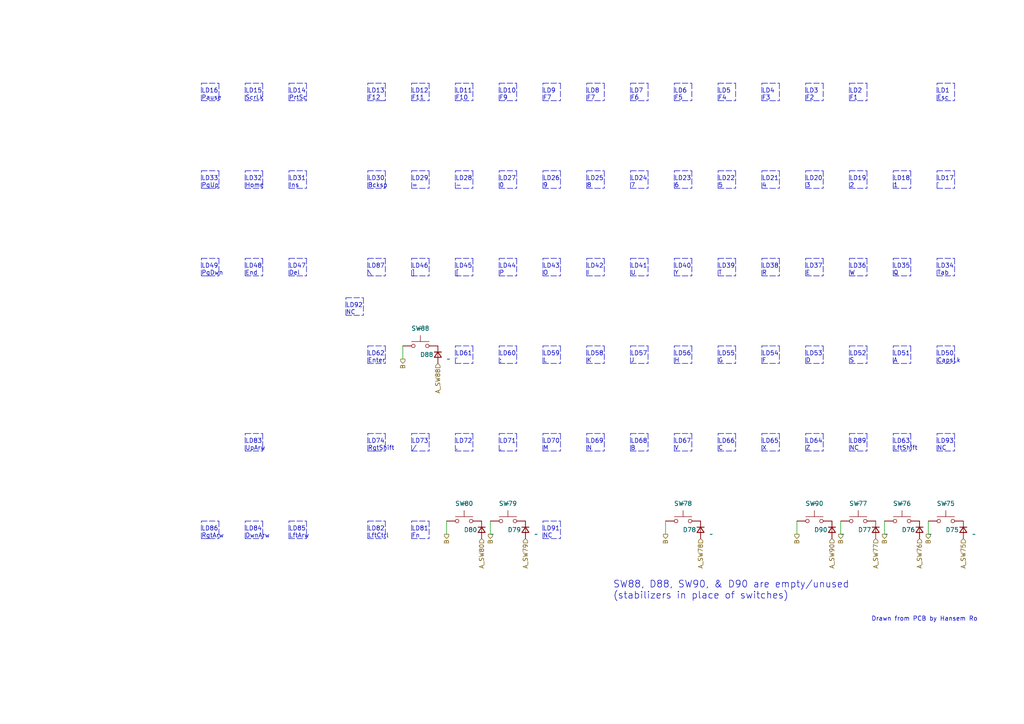
<source format=kicad_sch>
(kicad_sch (version 20211123) (generator eeschema)
  (paper "A4")
  (lib_symbols
    (symbol "Device:D_Small" (pin_numbers hide) (pin_names (offset 0.254) hide)
      (property "Reference" "D" (at -1.27 2.032 0))
      (property "Value" "D_Small" (at -3.81 -2.032 0))
      (symbol "D_Small_0_1"
        (polyline (pts (xy -0.762 -1.016) (xy -0.762 1.016)) (stroke (width 0.254)))
        (polyline (pts (xy -0.762 0) (xy 0.762 0)))
        (polyline (pts (xy 0.762 -1.016) (xy -0.762 0) (xy 0.762 1.016) (xy 0.762 -1.016)) (stroke (width 0.254)))
      )
      (symbol "D_Small_1_1"
        (pin passive line (at -2.54 0 0) (length 1.778) (name "K") (number "1"))
        (pin passive line (at 2.54 0 180) (length 1.778) (name "A") (number "2"))
      )
    )
    (symbol "Switch:SW_Push" (pin_numbers hide) (pin_names (offset 1.016) hide)
      (property "Reference" "SW" (at 1.27 2.54 0))
      (property "Value" "SW_Push" (at 0 -1.524 0))
      (symbol "SW_Push_0_1"
        (circle (center -2.032 0) (radius 0.508))
        (polyline (pts (xy 0 1.27) (xy 0 3.048)))
        (polyline (pts (xy 2.54 1.27) (xy -2.54 1.27)))
        (circle (center 2.032 0) (radius 0.508))
        (pin passive line (at -5.08 0 0) (length 2.54) (name "1") (number "1"))
        (pin passive line (at 5.08 0 180) (length 2.54) (name "2") (number "2"))
      )
    )
  )
  (polyline (pts (xy 226.06 125.73) (xy 226.06 130.81)))
  (polyline (pts (xy 119.38 156.21) (xy 124.46 156.21)))
  (polyline (pts (xy 259.08 49.53) (xy 264.16 49.53)))
  (polyline (pts (xy 220.98 24.13) (xy 226.06 24.13)))
  (polyline (pts (xy 226.06 49.53) (xy 226.06 54.61)))
  (polyline (pts (xy 187.96 100.33) (xy 187.96 105.41)))
  (polyline (pts (xy 271.78 80.01) (xy 276.86 80.01)))
  (polyline (pts (xy 157.48 151.13) (xy 162.56 151.13)))
  (polyline (pts (xy 83.82 54.61) (xy 83.82 49.53)))
  (polyline (pts (xy 170.18 130.81) (xy 175.26 130.81)))
  (polyline (pts (xy 175.26 49.53) (xy 175.26 54.61)))
  (polyline (pts (xy 259.08 105.41) (xy 264.16 105.41)))
  (polyline (pts (xy 106.68 125.73) (xy 111.76 125.73)))
  (polyline (pts (xy 233.68 54.61) (xy 238.76 54.61)))
  (polyline (pts (xy 119.38 80.01) (xy 124.46 80.01)))
  (polyline (pts (xy 259.08 80.01) (xy 264.16 80.01)))
  (polyline (pts (xy 271.78 80.01) (xy 271.78 74.93)))
  (polyline (pts (xy 106.68 105.41) (xy 111.76 105.41)))
  (polyline (pts (xy 132.08 100.33) (xy 137.16 100.33)))
  (wire (pts (xy 142.24 151.13) (xy 142.24 154.94)))
  (polyline (pts (xy 157.48 54.61) (xy 157.48 49.53)))
  (polyline (pts (xy 195.58 125.73) (xy 200.66 125.73)))
  (polyline (pts (xy 200.66 49.53) (xy 200.66 54.61)))
  (polyline (pts (xy 137.16 24.13) (xy 137.16 29.21)))
  (polyline (pts (xy 195.58 80.01) (xy 195.58 74.93)))
  (polyline (pts (xy 195.58 105.41) (xy 200.66 105.41)))
  (polyline (pts (xy 119.38 151.13) (xy 124.46 151.13)))
  (polyline (pts (xy 208.28 105.41) (xy 213.36 105.41)))
  (polyline (pts (xy 170.18 29.21) (xy 170.18 24.13)))
  (polyline (pts (xy 246.38 80.01) (xy 251.46 80.01)))
  (polyline (pts (xy 157.48 24.13) (xy 162.56 24.13)))
  (polyline (pts (xy 132.08 24.13) (xy 137.16 24.13)))
  (polyline (pts (xy 220.98 49.53) (xy 226.06 49.53)))
  (polyline (pts (xy 144.78 130.81) (xy 149.86 130.81)))
  (polyline (pts (xy 208.28 130.81) (xy 213.36 130.81)))
  (polyline (pts (xy 195.58 54.61) (xy 195.58 49.53)))
  (polyline (pts (xy 170.18 29.21) (xy 175.26 29.21)))
  (polyline (pts (xy 195.58 130.81) (xy 195.58 125.73)))
  (polyline (pts (xy 132.08 105.41) (xy 137.16 105.41)))
  (polyline (pts (xy 182.88 54.61) (xy 182.88 49.53)))
  (polyline (pts (xy 246.38 49.53) (xy 251.46 49.53)))
  (polyline (pts (xy 170.18 105.41) (xy 175.26 105.41)))
  (polyline (pts (xy 182.88 105.41) (xy 187.96 105.41)))
  (polyline (pts (xy 144.78 80.01) (xy 149.86 80.01)))
  (polyline (pts (xy 157.48 130.81) (xy 157.48 125.73)))
  (polyline (pts (xy 271.78 24.13) (xy 276.86 24.13)))
  (polyline (pts (xy 88.9 74.93) (xy 88.9 80.01)))
  (polyline (pts (xy 170.18 54.61) (xy 170.18 49.53)))
  (polyline (pts (xy 149.86 49.53) (xy 149.86 54.61)))
  (polyline (pts (xy 251.46 125.73) (xy 251.46 130.81)))
  (polyline (pts (xy 208.28 130.81) (xy 208.28 125.73)))
  (polyline (pts (xy 106.68 54.61) (xy 106.68 49.53)))
  (polyline (pts (xy 271.78 105.41) (xy 276.86 105.41)))
  (polyline (pts (xy 195.58 130.81) (xy 200.66 130.81)))
  (polyline (pts (xy 132.08 74.93) (xy 137.16 74.93)))
  (polyline (pts (xy 208.28 29.21) (xy 213.36 29.21)))
  (polyline (pts (xy 233.68 49.53) (xy 238.76 49.53)))
  (polyline (pts (xy 144.78 80.01) (xy 144.78 74.93)))
  (polyline (pts (xy 106.68 29.21) (xy 106.68 24.13)))
  (polyline (pts (xy 276.86 24.13) (xy 276.86 29.21)))
  (polyline (pts (xy 246.38 54.61) (xy 251.46 54.61)))
  (polyline (pts (xy 88.9 24.13) (xy 88.9 29.21)))
  (polyline (pts (xy 233.68 29.21) (xy 238.76 29.21)))
  (polyline (pts (xy 213.36 125.73) (xy 213.36 130.81)))
  (polyline (pts (xy 58.42 29.21) (xy 63.5 29.21)))
  (polyline (pts (xy 233.68 54.61) (xy 233.68 49.53)))
  (polyline (pts (xy 58.42 151.13) (xy 63.5 151.13)))
  (polyline (pts (xy 208.28 24.13) (xy 213.36 24.13)))
  (polyline (pts (xy 76.2 125.73) (xy 76.2 130.81)))
  (polyline (pts (xy 137.16 74.93) (xy 137.16 80.01)))
  (polyline (pts (xy 71.12 54.61) (xy 76.2 54.61)))
  (polyline (pts (xy 213.36 49.53) (xy 213.36 54.61)))
  (polyline (pts (xy 233.68 74.93) (xy 238.76 74.93)))
  (polyline (pts (xy 259.08 130.81) (xy 259.08 125.73)))
  (polyline (pts (xy 220.98 105.41) (xy 220.98 100.33)))
  (polyline (pts (xy 124.46 125.73) (xy 124.46 130.81)))
  (polyline (pts (xy 106.68 80.01) (xy 106.68 74.93)))
  (polyline (pts (xy 124.46 74.93) (xy 124.46 80.01)))
  (polyline (pts (xy 105.41 86.36) (xy 105.41 91.44)))
  (polyline (pts (xy 200.66 125.73) (xy 200.66 130.81)))
  (polyline (pts (xy 88.9 49.53) (xy 88.9 54.61)))
  (polyline (pts (xy 157.48 105.41) (xy 162.56 105.41)))
  (polyline (pts (xy 246.38 29.21) (xy 251.46 29.21)))
  (polyline (pts (xy 220.98 105.41) (xy 226.06 105.41)))
  (polyline (pts (xy 246.38 105.41) (xy 251.46 105.41)))
  (polyline (pts (xy 58.42 24.13) (xy 63.5 24.13)))
  (polyline (pts (xy 100.33 86.36) (xy 105.41 86.36)))
  (polyline (pts (xy 271.78 130.81) (xy 271.78 125.73)))
  (polyline (pts (xy 132.08 130.81) (xy 132.08 125.73)))
  (polyline (pts (xy 111.76 24.13) (xy 111.76 29.21)))
  (polyline (pts (xy 170.18 130.81) (xy 170.18 125.73)))
  (polyline (pts (xy 238.76 74.93) (xy 238.76 80.01)))
  (polyline (pts (xy 106.68 80.01) (xy 111.76 80.01)))
  (polyline (pts (xy 144.78 54.61) (xy 149.86 54.61)))
  (polyline (pts (xy 271.78 54.61) (xy 276.86 54.61)))
  (polyline (pts (xy 124.46 24.13) (xy 124.46 29.21)))
  (polyline (pts (xy 124.46 49.53) (xy 124.46 54.61)))
  (polyline (pts (xy 71.12 125.73) (xy 76.2 125.73)))
  (polyline (pts (xy 76.2 74.93) (xy 76.2 80.01)))
  (polyline (pts (xy 157.48 156.21) (xy 162.56 156.21)))
  (polyline (pts (xy 182.88 29.21) (xy 187.96 29.21)))
  (polyline (pts (xy 208.28 49.53) (xy 213.36 49.53)))
  (polyline (pts (xy 162.56 49.53) (xy 162.56 54.61)))
  (polyline (pts (xy 76.2 24.13) (xy 76.2 29.21)))
  (polyline (pts (xy 132.08 54.61) (xy 132.08 49.53)))
  (polyline (pts (xy 144.78 49.53) (xy 149.86 49.53)))
  (polyline (pts (xy 276.86 74.93) (xy 276.86 80.01)))
  (polyline (pts (xy 187.96 74.93) (xy 187.96 80.01)))
  (polyline (pts (xy 132.08 49.53) (xy 137.16 49.53)))
  (polyline (pts (xy 83.82 151.13) (xy 88.9 151.13)))
  (polyline (pts (xy 251.46 74.93) (xy 251.46 80.01)))
  (polyline (pts (xy 149.86 74.93) (xy 149.86 80.01)))
  (polyline (pts (xy 200.66 74.93) (xy 200.66 80.01)))
  (polyline (pts (xy 71.12 130.81) (xy 76.2 130.81)))
  (polyline (pts (xy 111.76 29.21) (xy 110.49 29.21)))
  (polyline (pts (xy 71.12 49.53) (xy 76.2 49.53)))
  (polyline (pts (xy 58.42 74.93) (xy 63.5 74.93)))
  (polyline (pts (xy 71.12 156.21) (xy 76.2 156.21)))
  (polyline (pts (xy 208.28 74.93) (xy 213.36 74.93)))
  (polyline (pts (xy 170.18 100.33) (xy 175.26 100.33)))
  (polyline (pts (xy 233.68 80.01) (xy 233.68 74.93)))
  (polyline (pts (xy 157.48 29.21) (xy 157.48 24.13)))
  (polyline (pts (xy 182.88 74.93) (xy 187.96 74.93)))
  (polyline (pts (xy 83.82 156.21) (xy 88.9 156.21)))
  (polyline (pts (xy 233.68 125.73) (xy 238.76 125.73)))
  (polyline (pts (xy 246.38 74.93) (xy 251.46 74.93)))
  (polyline (pts (xy 195.58 74.93) (xy 200.66 74.93)))
  (polyline (pts (xy 106.68 105.41) (xy 106.68 100.33)))
  (polyline (pts (xy 220.98 80.01) (xy 220.98 74.93)))
  (polyline (pts (xy 132.08 29.21) (xy 132.08 24.13)))
  (polyline (pts (xy 111.76 74.93) (xy 111.76 80.01)))
  (polyline (pts (xy 271.78 74.93) (xy 276.86 74.93)))
  (polyline (pts (xy 132.08 130.81) (xy 137.16 130.81)))
  (polyline (pts (xy 195.58 49.53) (xy 200.66 49.53)))
  (polyline (pts (xy 175.26 74.93) (xy 175.26 80.01)))
  (polyline (pts (xy 170.18 80.01) (xy 175.26 80.01)))
  (polyline (pts (xy 71.12 29.21) (xy 71.12 24.13)))
  (polyline (pts (xy 246.38 125.73) (xy 251.46 125.73)))
  (polyline (pts (xy 58.42 29.21) (xy 58.42 24.13)))
  (polyline (pts (xy 106.68 151.13) (xy 111.76 151.13)))
  (polyline (pts (xy 106.68 156.21) (xy 111.76 156.21)))
  (polyline (pts (xy 157.48 80.01) (xy 162.56 80.01)))
  (polyline (pts (xy 271.78 100.33) (xy 276.86 100.33)))
  (polyline (pts (xy 71.12 54.61) (xy 71.12 49.53)))
  (polyline (pts (xy 208.28 80.01) (xy 208.28 74.93)))
  (polyline (pts (xy 226.06 100.33) (xy 226.06 105.41)))
  (polyline (pts (xy 83.82 74.93) (xy 88.9 74.93)))
  (polyline (pts (xy 157.48 29.21) (xy 162.56 29.21)))
  (polyline (pts (xy 182.88 130.81) (xy 187.96 130.81)))
  (polyline (pts (xy 238.76 125.73) (xy 238.76 130.81)))
  (wire (pts (xy 193.04 151.13) (xy 193.04 154.94)))
  (polyline (pts (xy 170.18 24.13) (xy 175.26 24.13)))
  (polyline (pts (xy 170.18 54.61) (xy 175.26 54.61)))
  (polyline (pts (xy 233.68 100.33) (xy 238.76 100.33)))
  (polyline (pts (xy 157.48 125.73) (xy 162.56 125.73)))
  (polyline (pts (xy 144.78 29.21) (xy 149.86 29.21)))
  (polyline (pts (xy 271.78 54.61) (xy 271.78 49.53)))
  (polyline (pts (xy 88.9 151.13) (xy 88.9 156.21)))
  (polyline (pts (xy 83.82 54.61) (xy 88.9 54.61)))
  (wire (pts (xy 129.54 151.13) (xy 129.54 154.94)))
  (polyline (pts (xy 170.18 125.73) (xy 175.26 125.73)))
  (polyline (pts (xy 58.42 49.53) (xy 63.5 49.53)))
  (polyline (pts (xy 271.78 29.21) (xy 276.86 29.21)))
  (polyline (pts (xy 106.68 130.81) (xy 111.76 130.81)))
  (polyline (pts (xy 63.5 151.13) (xy 63.5 156.21)))
  (polyline (pts (xy 246.38 130.81) (xy 246.38 125.73)))
  (polyline (pts (xy 251.46 49.53) (xy 251.46 54.61)))
  (polyline (pts (xy 71.12 29.21) (xy 76.2 29.21)))
  (polyline (pts (xy 246.38 130.81) (xy 251.46 130.81)))
  (polyline (pts (xy 200.66 100.33) (xy 200.66 105.41)))
  (polyline (pts (xy 187.96 125.73) (xy 187.96 130.81)))
  (polyline (pts (xy 271.78 130.81) (xy 276.86 130.81)))
  (polyline (pts (xy 220.98 54.61) (xy 220.98 49.53)))
  (polyline (pts (xy 162.56 151.13) (xy 162.56 156.21)))
  (polyline (pts (xy 63.5 74.93) (xy 63.5 80.01)))
  (polyline (pts (xy 182.88 125.73) (xy 187.96 125.73)))
  (wire (pts (xy 231.14 151.13) (xy 231.14 154.94)))
  (polyline (pts (xy 271.78 29.21) (xy 271.78 24.13)))
  (polyline (pts (xy 149.86 24.13) (xy 149.86 29.21)))
  (polyline (pts (xy 124.46 151.13) (xy 124.46 156.21)))
  (polyline (pts (xy 58.42 80.01) (xy 58.42 74.93)))
  (polyline (pts (xy 182.88 49.53) (xy 187.96 49.53)))
  (polyline (pts (xy 187.96 24.13) (xy 187.96 29.21)))
  (polyline (pts (xy 200.66 24.13) (xy 200.66 29.21)))
  (polyline (pts (xy 58.42 54.61) (xy 58.42 49.53)))
  (polyline (pts (xy 157.48 49.53) (xy 162.56 49.53)))
  (polyline (pts (xy 220.98 74.93) (xy 226.06 74.93)))
  (polyline (pts (xy 83.82 80.01) (xy 88.9 80.01)))
  (polyline (pts (xy 220.98 125.73) (xy 226.06 125.73)))
  (polyline (pts (xy 195.58 54.61) (xy 200.66 54.61)))
  (polyline (pts (xy 137.16 100.33) (xy 137.16 105.41)))
  (polyline (pts (xy 106.68 156.21) (xy 106.68 151.13)))
  (polyline (pts (xy 58.42 156.21) (xy 63.5 156.21)))
  (polyline (pts (xy 233.68 80.01) (xy 238.76 80.01)))
  (polyline (pts (xy 259.08 125.73) (xy 264.16 125.73)))
  (polyline (pts (xy 132.08 80.01) (xy 137.16 80.01)))
  (polyline (pts (xy 182.88 54.61) (xy 187.96 54.61)))
  (polyline (pts (xy 71.12 24.13) (xy 76.2 24.13)))
  (polyline (pts (xy 157.48 54.61) (xy 162.56 54.61)))
  (polyline (pts (xy 162.56 74.93) (xy 162.56 80.01)))
  (polyline (pts (xy 63.5 24.13) (xy 63.5 29.21)))
  (polyline (pts (xy 246.38 80.01) (xy 246.38 74.93)))
  (polyline (pts (xy 220.98 29.21) (xy 220.98 24.13)))
  (polyline (pts (xy 182.88 80.01) (xy 187.96 80.01)))
  (polyline (pts (xy 157.48 100.33) (xy 162.56 100.33)))
  (polyline (pts (xy 182.88 100.33) (xy 187.96 100.33)))
  (polyline (pts (xy 195.58 100.33) (xy 200.66 100.33)))
  (polyline (pts (xy 182.88 24.13) (xy 187.96 24.13)))
  (polyline (pts (xy 162.56 125.73) (xy 162.56 130.81)))
  (polyline (pts (xy 264.16 100.33) (xy 264.16 105.41)))
  (polyline (pts (xy 106.68 74.93) (xy 111.76 74.93)))
  (polyline (pts (xy 233.68 29.21) (xy 233.68 24.13)))
  (polyline (pts (xy 246.38 105.41) (xy 246.38 100.33)))
  (polyline (pts (xy 71.12 80.01) (xy 71.12 74.93)))
  (wire (pts (xy 256.54 151.13) (xy 256.54 154.94)))
  (polyline (pts (xy 208.28 125.73) (xy 213.36 125.73)))
  (polyline (pts (xy 106.68 49.53) (xy 111.76 49.53)))
  (polyline (pts (xy 271.78 105.41) (xy 271.78 100.33)))
  (polyline (pts (xy 264.16 74.93) (xy 264.16 80.01)))
  (polyline (pts (xy 106.68 29.21) (xy 111.76 29.21)))
  (polyline (pts (xy 144.78 130.81) (xy 144.78 125.73)))
  (polyline (pts (xy 106.68 54.61) (xy 111.76 54.61)))
  (polyline (pts (xy 76.2 49.53) (xy 76.2 54.61)))
  (polyline (pts (xy 233.68 130.81) (xy 233.68 125.73)))
  (polyline (pts (xy 238.76 24.13) (xy 238.76 29.21)))
  (polyline (pts (xy 58.42 54.61) (xy 63.5 54.61)))
  (polyline (pts (xy 238.76 49.53) (xy 238.76 54.61)))
  (polyline (pts (xy 119.38 24.13) (xy 124.46 24.13)))
  (polyline (pts (xy 259.08 130.81) (xy 264.16 130.81)))
  (polyline (pts (xy 195.58 24.13) (xy 200.66 24.13)))
  (polyline (pts (xy 144.78 24.13) (xy 149.86 24.13)))
  (polyline (pts (xy 220.98 80.01) (xy 226.06 80.01)))
  (polyline (pts (xy 76.2 151.13) (xy 76.2 156.21)))
  (polyline (pts (xy 259.08 54.61) (xy 264.16 54.61)))
  (polyline (pts (xy 182.88 29.21) (xy 182.88 24.13)))
  (polyline (pts (xy 144.78 54.61) (xy 144.78 49.53)))
  (polyline (pts (xy 220.98 100.33) (xy 226.06 100.33)))
  (polyline (pts (xy 157.48 74.93) (xy 162.56 74.93)))
  (polyline (pts (xy 195.58 80.01) (xy 200.66 80.01)))
  (polyline (pts (xy 119.38 29.21) (xy 119.38 24.13)))
  (polyline (pts (xy 119.38 54.61) (xy 124.46 54.61)))
  (polyline (pts (xy 137.16 125.73) (xy 137.16 130.81)))
  (wire (pts (xy 116.84 100.33) (xy 116.84 104.14)))
  (polyline (pts (xy 119.38 54.61) (xy 119.38 49.53)))
  (polyline (pts (xy 83.82 156.21) (xy 83.82 151.13)))
  (polyline (pts (xy 195.58 29.21) (xy 200.66 29.21)))
  (polyline (pts (xy 111.76 100.33) (xy 111.76 105.41)))
  (polyline (pts (xy 251.46 100.33) (xy 251.46 105.41)))
  (polyline (pts (xy 157.48 80.01) (xy 157.48 74.93)))
  (polyline (pts (xy 83.82 49.53) (xy 88.9 49.53)))
  (polyline (pts (xy 233.68 24.13) (xy 238.76 24.13)))
  (polyline (pts (xy 111.76 49.53) (xy 111.76 54.61)))
  (polyline (pts (xy 259.08 80.01) (xy 259.08 74.93)))
  (polyline (pts (xy 233.68 105.41) (xy 233.68 100.33)))
  (polyline (pts (xy 58.42 80.01) (xy 63.5 80.01)))
  (polyline (pts (xy 162.56 100.33) (xy 162.56 105.41)))
  (polyline (pts (xy 144.78 100.33) (xy 149.86 100.33)))
  (polyline (pts (xy 213.36 24.13) (xy 213.36 29.21)))
  (polyline (pts (xy 175.26 100.33) (xy 175.26 105.41)))
  (polyline (pts (xy 144.78 105.41) (xy 149.86 105.41)))
  (polyline (pts (xy 119.38 74.93) (xy 124.46 74.93)))
  (polyline (pts (xy 144.78 125.73) (xy 149.86 125.73)))
  (polyline (pts (xy 182.88 80.01) (xy 182.88 74.93)))
  (polyline (pts (xy 246.38 24.13) (xy 251.46 24.13)))
  (polyline (pts (xy 246.38 54.61) (xy 246.38 49.53)))
  (polyline (pts (xy 276.86 100.33) (xy 276.86 105.41)))
  (polyline (pts (xy 213.36 100.33) (xy 213.36 105.41)))
  (polyline (pts (xy 170.18 80.01) (xy 170.18 74.93)))
  (polyline (pts (xy 119.38 156.21) (xy 119.38 151.13)))
  (polyline (pts (xy 271.78 125.73) (xy 276.86 125.73)))
  (polyline (pts (xy 208.28 54.61) (xy 213.36 54.61)))
  (polyline (pts (xy 83.82 29.21) (xy 83.82 24.13)))
  (polyline (pts (xy 157.48 130.81) (xy 162.56 130.81)))
  (polyline (pts (xy 175.26 125.73) (xy 175.26 130.81)))
  (polyline (pts (xy 220.98 130.81) (xy 226.06 130.81)))
  (polyline (pts (xy 71.12 151.13) (xy 76.2 151.13)))
  (polyline (pts (xy 182.88 130.81) (xy 182.88 125.73)))
  (polyline (pts (xy 220.98 29.21) (xy 226.06 29.21)))
  (polyline (pts (xy 132.08 54.61) (xy 137.16 54.61)))
  (polyline (pts (xy 170.18 74.93) (xy 175.26 74.93)))
  (polyline (pts (xy 144.78 105.41) (xy 144.78 100.33)))
  (polyline (pts (xy 119.38 29.21) (xy 124.46 29.21)))
  (polyline (pts (xy 132.08 125.73) (xy 137.16 125.73)))
  (polyline (pts (xy 259.08 100.33) (xy 264.16 100.33)))
  (polyline (pts (xy 106.68 100.33) (xy 111.76 100.33)))
  (polyline (pts (xy 119.38 130.81) (xy 124.46 130.81)))
  (polyline (pts (xy 119.38 125.73) (xy 124.46 125.73)))
  (polyline (pts (xy 111.76 151.13) (xy 111.76 156.21)))
  (polyline (pts (xy 233.68 130.81) (xy 238.76 130.81)))
  (polyline (pts (xy 208.28 29.21) (xy 208.28 24.13)))
  (polyline (pts (xy 259.08 54.61) (xy 259.08 49.53)))
  (polyline (pts (xy 157.48 156.21) (xy 157.48 151.13)))
  (polyline (pts (xy 251.46 24.13) (xy 251.46 29.21)))
  (polyline (pts (xy 187.96 49.53) (xy 187.96 54.61)))
  (polyline (pts (xy 246.38 29.21) (xy 246.38 24.13)))
  (polyline (pts (xy 132.08 105.41) (xy 132.08 100.33)))
  (polyline (pts (xy 119.38 49.53) (xy 124.46 49.53)))
  (polyline (pts (xy 71.12 156.21) (xy 71.12 151.13)))
  (polyline (pts (xy 226.06 24.13) (xy 226.06 29.21)))
  (polyline (pts (xy 220.98 130.81) (xy 220.98 125.73)))
  (polyline (pts (xy 238.76 100.33) (xy 238.76 105.41)))
  (polyline (pts (xy 264.16 125.73) (xy 264.16 130.81)))
  (polyline (pts (xy 233.68 105.41) (xy 238.76 105.41)))
  (polyline (pts (xy 208.28 100.33) (xy 213.36 100.33)))
  (polyline (pts (xy 71.12 74.93) (xy 76.2 74.93)))
  (polyline (pts (xy 71.12 130.81) (xy 71.12 125.73)))
  (polyline (pts (xy 83.82 80.01) (xy 83.82 74.93)))
  (polyline (pts (xy 119.38 80.01) (xy 119.38 74.93)))
  (polyline (pts (xy 276.86 49.53) (xy 276.86 54.61)))
  (polyline (pts (xy 119.38 130.81) (xy 119.38 125.73)))
  (polyline (pts (xy 132.08 80.01) (xy 132.08 74.93)))
  (polyline (pts (xy 195.58 105.41) (xy 195.58 100.33)))
  (polyline (pts (xy 259.08 74.93) (xy 264.16 74.93)))
  (polyline (pts (xy 83.82 29.21) (xy 88.9 29.21)))
  (polyline (pts (xy 100.33 91.44) (xy 100.33 86.36)))
  (polyline (pts (xy 58.42 156.21) (xy 58.42 151.13)))
  (wire (pts (xy 269.24 151.13) (xy 269.24 154.94)))
  (polyline (pts (xy 106.68 130.81) (xy 106.68 125.73)))
  (polyline (pts (xy 157.48 105.41) (xy 157.48 100.33)))
  (polyline (pts (xy 175.26 24.13) (xy 175.26 29.21)))
  (polyline (pts (xy 220.98 54.61) (xy 226.06 54.61)))
  (polyline (pts (xy 208.28 80.01) (xy 213.36 80.01)))
  (polyline (pts (xy 246.38 100.33) (xy 251.46 100.33)))
  (wire (pts (xy 243.84 151.13) (xy 243.84 154.94)))
  (polyline (pts (xy 195.58 29.21) (xy 195.58 24.13)))
  (polyline (pts (xy 149.86 125.73) (xy 149.86 130.81)))
  (polyline (pts (xy 208.28 54.61) (xy 208.28 49.53)))
  (polyline (pts (xy 271.78 49.53) (xy 276.86 49.53)))
  (polyline (pts (xy 83.82 24.13) (xy 88.9 24.13)))
  (polyline (pts (xy 149.86 100.33) (xy 149.86 105.41)))
  (polyline (pts (xy 170.18 105.41) (xy 170.18 100.33)))
  (polyline (pts (xy 63.5 49.53) (xy 63.5 54.61)))
  (polyline (pts (xy 226.06 74.93) (xy 226.06 80.01)))
  (polyline (pts (xy 100.33 91.44) (xy 105.41 91.44)))
  (polyline (pts (xy 111.76 125.73) (xy 111.76 130.81)))
  (polyline (pts (xy 162.56 24.13) (xy 162.56 29.21)))
  (polyline (pts (xy 137.16 49.53) (xy 137.16 54.61)))
  (polyline (pts (xy 144.78 29.21) (xy 144.78 24.13)))
  (polyline (pts (xy 259.08 105.41) (xy 259.08 100.33)))
  (polyline (pts (xy 106.68 24.13) (xy 111.76 24.13)))
  (polyline (pts (xy 170.18 49.53) (xy 175.26 49.53)))
  (polyline (pts (xy 182.88 105.41) (xy 182.88 100.33)))
  (polyline (pts (xy 276.86 125.73) (xy 276.86 130.81)))
  (polyline (pts (xy 132.08 29.21) (xy 137.16 29.21)))
  (polyline (pts (xy 264.16 49.53) (xy 264.16 54.61)))
  (polyline (pts (xy 144.78 74.93) (xy 149.86 74.93)))
  (polyline (pts (xy 213.36 74.93) (xy 213.36 80.01)))
  (polyline (pts (xy 71.12 80.01) (xy 76.2 80.01)))
  (polyline (pts (xy 208.28 105.41) (xy 208.28 100.33)))
  (text "LD31\nIns" (at 83.82 54.61 0) (effects (font (size 1.27 1.27)) (justify left bottom)))
  (text "LD13\nF12" (at 106.68 29.21 0) (effects (font (size 1.27 1.27)) (justify left bottom)))
  (text "LD20\n3" (at 233.68 54.61 0) (effects (font (size 1.27 1.27)) (justify left bottom)))
  (text "LD67\nV" (at 195.58 130.81 0) (effects (font (size 1.27 1.27)) (justify left bottom)))
  (text "LD73\n/" (at 119.38 130.81 0) (effects (font (size 1.27 1.27)) (justify left bottom)))
  (text "LD55\nG" (at 208.28 105.41 0) (effects (font (size 1.27 1.27)) (justify left bottom)))
  (text "LD65\nX" (at 220.98 130.81 0) (effects (font (size 1.27 1.27)) (justify left bottom)))
  (text "LD32\nHome" (at 71.12 54.61 0) (effects (font (size 1.27 1.27)) (justify left bottom)))
  (text "LD54\nF" (at 220.98 105.41 0) (effects (font (size 1.27 1.27)) (justify left bottom)))
  (text "LD10\nF9" (at 144.78 29.21 0) (effects (font (size 1.27 1.27)) (justify left bottom)))
  (text "LD64\nZ" (at 233.68 130.81 0) (effects (font (size 1.27 1.27)) (justify left bottom)))
  (text "LD87\n\\" (at 106.68 80.01 0) (effects (font (size 1.27 1.27)) (justify left bottom)))
  (text "LD27\n0" (at 144.78 54.61 0) (effects (font (size 1.27 1.27)) (justify left bottom)))
  (text "LD66\nC" (at 208.28 130.81 0) (effects (font (size 1.27 1.27)) (justify left bottom)))
  (text "LD56\nH" (at 195.58 105.41 0) (effects (font (size 1.27 1.27)) (justify left bottom)))
  (text "LD11\nF10" (at 132.08 29.21 0) (effects (font (size 1.27 1.27)) (justify left bottom)))
  (text "LD19\n2" (at 246.38 54.61 0) (effects (font (size 1.27 1.27)) (justify left bottom)))
  (text "LD58\nK" (at 170.18 105.41 0) (effects (font (size 1.27 1.27)) (justify left bottom)))
  (text "LD60\n;" (at 144.78 105.41 0) (effects (font (size 1.27 1.27)) (justify left bottom)))
  (text "LD30\nBcksp" (at 106.68 54.61 0) (effects (font (size 1.27 1.27)) (justify left bottom)))
  (text "LD24\n7" (at 182.88 54.61 0) (effects (font (size 1.27 1.27)) (justify left bottom)))
  (text "Drawn from PCB by Hansem Ro" (at 252.73 180.34 0) (effects (font (size 1.27 1.27)) (justify left bottom)))
  (text "LD36\nW" (at 246.38 80.01 0) (effects (font (size 1.27 1.27)) (justify left bottom)))
  (text "LD51\nA" (at 259.08 105.41 0) (effects (font (size 1.27 1.27)) (justify left bottom)))
  (text "LD35\nQ" (at 259.08 80.01 0) (effects (font (size 1.27 1.27)) (justify left bottom)))
  (text "LD72\n." (at 132.08 130.81 0) (effects (font (size 1.27 1.27)) (justify left bottom)))
  (text "LD4\nF3" (at 220.98 29.21 0) (effects (font (size 1.27 1.27)) (justify left bottom)))
  (text "LD15\nScrLk" (at 71.12 29.21 0) (effects (font (size 1.27 1.27)) (justify left bottom)))
  (text "SW88, D88, SW90, & D90 are empty/unused\n(stabilizers in place of switches)" (at 177.8 173.99 0) (effects (font (size 2 2)) (justify left bottom)))
  (text "LD59\nL" (at 157.48 105.41 0) (effects (font (size 1.27 1.27)) (justify left bottom)))
  (text "LD57\nJ" (at 182.88 105.41 0) (effects (font (size 1.27 1.27)) (justify left bottom)))
  (text "LD40\nY" (at 195.58 80.01 0) (effects (font (size 1.27 1.27)) (justify left bottom)))
  (text "LD74\nRgtShift" (at 106.68 130.81 0) (effects (font (size 1.27 1.27)) (justify left bottom)))
  (text "LD6\nF5" (at 195.58 29.21 0) (effects (font (size 1.27 1.27)) (justify left bottom)))
  (text "LD50\nCapsLk" (at 271.78 105.41 0) (effects (font (size 1.27 1.27)) (justify left bottom)))
  (text "LD70\nM" (at 157.48 130.81 0) (effects (font (size 1.27 1.27)) (justify left bottom)))
  (text "LD38\nR" (at 220.98 80.01 0) (effects (font (size 1.27 1.27)) (justify left bottom)))
  (text "LD7\nF6" (at 182.88 29.21 0) (effects (font (size 1.27 1.27)) (justify left bottom)))
  (text "LD9\nF7" (at 157.48 29.21 0) (effects (font (size 1.27 1.27)) (justify left bottom)))
  (text "LD84\nDwnArw" (at 71.12 156.21 0) (effects (font (size 1.27 1.27)) (justify left bottom)))
  (text "LD17\n`" (at 271.78 54.61 0) (effects (font (size 1.27 1.27)) (justify left bottom)))
  (text "LD41\nU" (at 182.88 80.01 0) (effects (font (size 1.27 1.27)) (justify left bottom)))
  (text "LD68\nB" (at 182.88 130.81 0) (effects (font (size 1.27 1.27)) (justify left bottom)))
  (text "LD63\nLftShift" (at 259.08 130.81 0) (effects (font (size 1.27 1.27)) (justify left bottom)))
  (text "LD26\n9" (at 157.48 54.61 0) (effects (font (size 1.27 1.27)) (justify left bottom)))
  (text "LD42\nI" (at 170.18 80.01 0) (effects (font (size 1.27 1.27)) (justify left bottom)))
  (text "LD18\n1" (at 259.08 54.61 0) (effects (font (size 1.27 1.27)) (justify left bottom)))
  (text "LD48\nEnd" (at 71.12 80.01 0) (effects (font (size 1.27 1.27)) (justify left bottom)))
  (text "LD12\nF11" (at 119.38 29.21 0) (effects (font (size 1.27 1.27)) (justify left bottom)))
  (text "LD46\n]" (at 119.38 80.01 0) (effects (font (size 1.27 1.27)) (justify left bottom)))
  (text "LD86\nRgtArw" (at 58.42 156.21 0) (effects (font (size 1.27 1.27)) (justify left bottom)))
  (text "LD29\n=" (at 119.38 54.61 0) (effects (font (size 1.27 1.27)) (justify left bottom)))
  (text "LD71\n," (at 144.78 130.81 0) (effects (font (size 1.27 1.27)) (justify left bottom)))
  (text "LD37\nE" (at 233.68 80.01 0) (effects (font (size 1.27 1.27)) (justify left bottom)))
  (text "LD89\nNC" (at 246.38 130.81 0) (effects (font (size 1.27 1.27)) (justify left bottom)))
  (text "LD5\nF4" (at 208.28 29.21 0) (effects (font (size 1.27 1.27)) (justify left bottom)))
  (text "LD49\nPgDwn" (at 58.42 80.01 0) (effects (font (size 1.27 1.27)) (justify left bottom)))
  (text "LD14\nPrtSc" (at 83.82 29.21 0) (effects (font (size 1.27 1.27)) (justify left bottom)))
  (text "LD44\nP" (at 144.78 80.01 0) (effects (font (size 1.27 1.27)) (justify left bottom)))
  (text "LD21\n4" (at 220.98 54.61 0) (effects (font (size 1.27 1.27)) (justify left bottom)))
  (text "LD3\nF2" (at 233.68 29.21 0) (effects (font (size 1.27 1.27)) (justify left bottom)))
  (text "LD69\nN" (at 170.18 130.81 0) (effects (font (size 1.27 1.27)) (justify left bottom)))
  (text "LD82\nLftCtrl" (at 106.68 156.21 0) (effects (font (size 1.27 1.27)) (justify left bottom)))
  (text "LD28\n-" (at 132.08 54.61 0) (effects (font (size 1.27 1.27)) (justify left bottom)))
  (text "LD1\nEsc" (at 271.78 29.21 0) (effects (font (size 1.27 1.27)) (justify left bottom)))
  (text "LD81\nFn" (at 119.38 156.21 0) (effects (font (size 1.27 1.27)) (justify left bottom)))
  (text "LD39\nT" (at 208.28 80.01 0) (effects (font (size 1.27 1.27)) (justify left bottom)))
  (text "LD45\n[" (at 132.08 80.01 0) (effects (font (size 1.27 1.27)) (justify left bottom)))
  (text "LD93\nNC" (at 271.78 130.81 0) (effects (font (size 1.27 1.27)) (justify left bottom)))
  (text "LD43\nO" (at 157.48 80.01 0) (effects (font (size 1.27 1.27)) (justify left bottom)))
  (text "LD47\nDel" (at 83.82 80.01 0) (effects (font (size 1.27 1.27)) (justify left bottom)))
  (text "LD52\nS" (at 246.38 105.41 0) (effects (font (size 1.27 1.27)) (justify left bottom)))
  (text "LD33\nPgUp" (at 58.42 54.61 0) (effects (font (size 1.27 1.27)) (justify left bottom)))
  (text "LD2\nF1" (at 246.38 29.21 0) (effects (font (size 1.27 1.27)) (justify left bottom)))
  (text "LD91\nNC" (at 157.48 156.21 0) (effects (font (size 1.27 1.27)) (justify left bottom)))
  (text "LD16\nPause" (at 58.42 29.21 0) (effects (font (size 1.27 1.27)) (justify left bottom)))
  (text "LD83\nUpArw" (at 71.12 130.81 0) (effects (font (size 1.27 1.27)) (justify left bottom)))
  (text "LD53\nD" (at 233.68 105.41 0) (effects (font (size 1.27 1.27)) (justify left bottom)))
  (text "LD8\nF7" (at 170.18 29.21 0) (effects (font (size 1.27 1.27)) (justify left bottom)))
  (text "LD61\n'" (at 132.08 105.41 0) (effects (font (size 1.27 1.27)) (justify left bottom)))
  (text "LD85\nLftArw" (at 83.82 156.21 0) (effects (font (size 1.27 1.27)) (justify left bottom)))
  (text "LD25\n8" (at 170.18 54.61 0) (effects (font (size 1.27 1.27)) (justify left bottom)))
  (text "LD34\nTab" (at 271.78 80.01 0) (effects (font (size 1.27 1.27)) (justify left bottom)))
  (text "LD92\nNC" (at 100.33 91.44 0) (effects (font (size 1.27 1.27)) (justify left bottom)))
  (text "LD23\n6" (at 195.58 54.61 0) (effects (font (size 1.27 1.27)) (justify left bottom)))
  (text "LD22\n5" (at 208.28 54.61 0) (effects (font (size 1.27 1.27)) (justify left bottom)))
  (text "LD62\nEnter" (at 106.68 105.41 0) (effects (font (size 1.27 1.27)) (justify left bottom)))
  (hierarchical_label "B" (shape output) (at 243.84 154.94 270))
  (hierarchical_label "A_SW76" (shape input) (at 266.7 156.21 270))
  (hierarchical_label "A_SW78" (shape input) (at 203.2 156.21 270))
  (hierarchical_label "A_SW77" (shape input) (at 254 156.21 270))
  (hierarchical_label "B" (shape output) (at 193.04 154.94 270))
  (hierarchical_label "B" (shape output) (at 142.24 154.94 270))
  (hierarchical_label "A_SW90" (shape input) (at 241.3 156.21 270))
  (hierarchical_label "A_SW80" (shape input) (at 139.7 156.21 270))
  (hierarchical_label "A_SW88" (shape input) (at 127 105.41 270))
  (hierarchical_label "B" (shape output) (at 116.84 104.14 270))
  (hierarchical_label "B" (shape output) (at 269.24 154.94 270))
  (hierarchical_label "B" (shape output) (at 129.54 154.94 270))
  (hierarchical_label "B" (shape output) (at 231.14 154.94 270))
  (hierarchical_label "A_SW79" (shape input) (at 152.4 156.21 270))
  (hierarchical_label "B" (shape output) (at 256.54 154.94 270))
  (hierarchical_label "A_SW75" (shape input) (at 279.4 156.21 270))
  (symbol (lib_id "Device:D_Small") (at 152.4 153.67 270) (unit 1)
    (property "Reference" "D79" (at 151.13 153.67 90) (effects (justify right)))
    (property "Value" "~" (at 154.94 154.9399 90) (effects (justify left)))
  )
  (symbol (lib_id "Device:D_Small") (at 279.4 153.67 270) (unit 1)
    (property "Reference" "D75" (at 278.13 153.67 90) (effects (justify right)))
    (property "Value" "~" (at 281.94 154.9399 90) (effects (justify left)))
  )
  (symbol (lib_id "Switch:SW_Push") (at 261.62 151.13 0) (unit 1)
    (property "Reference" "SW76" (at 261.62 146.05 0))
    (property "Value" "~" (at 261.62 146.05 0))
  )
  (symbol (lib_id "Switch:SW_Push") (at 134.62 151.13 0) (unit 1)
    (property "Reference" "SW80" (at 134.62 146.05 0))
    (property "Value" "~" (at 134.62 146.05 0))
  )
  (symbol (lib_id "Device:D_Small") (at 127 102.87 270) (unit 1)
    (property "Reference" "D88" (at 125.73 102.87 90) (effects (justify right)))
    (property "Value" "~" (at 129.54 104.1399 90) (effects (justify left)))
  )
  (symbol (lib_id "Switch:SW_Push") (at 248.92 151.13 0) (unit 1)
    (property "Reference" "SW77" (at 248.92 146.05 0))
    (property "Value" "~" (at 248.92 146.05 0))
  )
  (symbol (lib_id "Switch:SW_Push") (at 236.22 151.13 0) (unit 1)
    (property "Reference" "SW90" (at 236.22 146.05 0))
    (property "Value" "~" (at 236.22 146.05 0))
  )
  (symbol (lib_id "Switch:SW_Push") (at 198.12 151.13 0) (unit 1)
    (property "Reference" "SW78" (at 198.12 146.05 0))
    (property "Value" "~" (at 198.12 146.05 0))
  )
  (symbol (lib_id "Device:D_Small") (at 241.3 153.67 270) (unit 1)
    (property "Reference" "D90" (at 240.03 153.67 90) (effects (justify right)))
    (property "Value" "~" (at 243.84 154.9399 90) (effects (justify left)))
  )
  (symbol (lib_id "Switch:SW_Push") (at 147.32 151.13 0) (unit 1)
    (property "Reference" "SW79" (at 147.32 146.05 0))
    (property "Value" "~" (at 147.32 146.05 0))
  )
  (symbol (lib_id "Device:D_Small") (at 266.7 153.67 270) (unit 1)
    (property "Reference" "D76" (at 265.43 153.67 90) (effects (justify right)))
    (property "Value" "~" (at 269.24 154.9399 90) (effects (justify left)))
  )
  (symbol (lib_id "Switch:SW_Push") (at 274.32 151.13 0) (unit 1)
    (property "Reference" "SW75" (at 274.32 146.05 0))
    (property "Value" "~" (at 274.32 146.05 0))
  )
  (symbol (lib_id "Device:D_Small") (at 139.7 153.67 270) (unit 1)
    (property "Reference" "D80" (at 138.43 153.67 90) (effects (justify right)))
    (property "Value" "~" (at 142.24 154.9399 90) (effects (justify left)))
  )
  (symbol (lib_id "Device:D_Small") (at 254 153.67 270) (unit 1)
    (property "Reference" "D77" (at 252.73 153.67 90) (effects (justify right)))
    (property "Value" "~" (at 256.54 154.9399 90) (effects (justify left)))
  )
  (symbol (lib_id "Device:D_Small") (at 203.2 153.67 270) (unit 1)
    (property "Reference" "D78" (at 201.93 153.67 90) (effects (justify right)))
    (property "Value" "~" (at 205.74 154.9399 90) (effects (justify left)))
  )
  (symbol (lib_id "Switch:SW_Push") (at 121.92 100.33 0) (unit 1)
    (property "Reference" "SW88" (at 121.92 95.25 0))
    (property "Value" "~" (at 121.92 95.25 0))
  )
)
</source>
